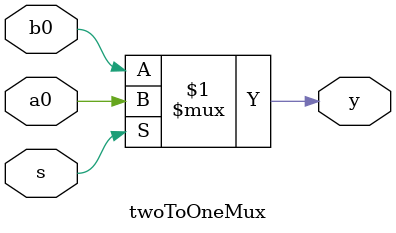
<source format=v>

module twoToOneMux
(
    input a0, b0, s,
    output y
);
    assign y = s ? a0 : b0;

endmodule   
</source>
